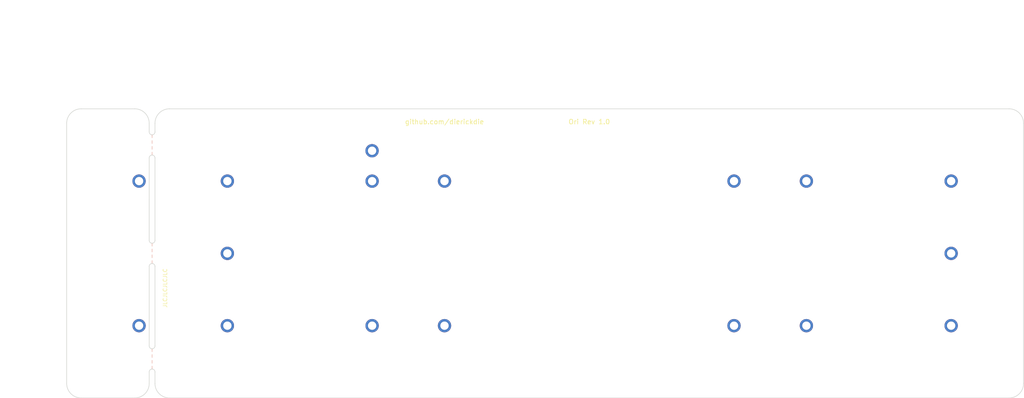
<source format=kicad_pcb>
(kicad_pcb (version 20171130) (host pcbnew "(5.1.4-0)")
  (layers (0 F.Cu signal) (31 B.Cu signal) (34 B.Paste user) (35 F.Paste user) (36 B.SilkS user) (37 F.SilkS user) (38 B.Mask user) (39 F.Mask user) (44 Edge.Cuts user))
  (net 0 "")
  (module acheron_Hardware:MouseBite_IPC7351 (layer F.Cu) (at 146.3 78.66 90)
    (fp_text reference H20)
    (fp_text value MountingHole)
    (pad "" np_thru_hole circle (at -2.5 0 90) (size 0.8 0.8) (drill 0.8) (layers *.Cu *.Mask))
    (pad "" np_thru_hole circle (at -1.25 0 90) (size 0.8 0.8) (drill 0.8) (layers *.Cu *.Mask))
    (pad "" np_thru_hole circle (at 2.5 0 90) (size 0.8 0.8) (drill 0.8) (layers *.Cu *.Mask))
    (pad "" np_thru_hole circle (at 1.25 0 90) (size 0.8 0.8) (drill 0.8) (layers *.Cu *.Mask))
    (pad "" np_thru_hole circle (at 0 0 90) (size 0.8 0.8) (drill 0.8) (layers *.Cu *.Mask))
  )
  (module acheron_Hardware:MouseBite_IPC7351 (layer F.Cu) (at 146.3 106.4 90)
    (fp_text reference H19)
    (fp_text value MountingHole)
    (pad "" np_thru_hole circle (at -2.5 0 90) (size 0.8 0.8) (drill 0.8) (layers *.Cu *.Mask))
    (pad "" np_thru_hole circle (at -1.25 0 90) (size 0.8 0.8) (drill 0.8) (layers *.Cu *.Mask))
    (pad "" np_thru_hole circle (at 2.5 0 90) (size 0.8 0.8) (drill 0.8) (layers *.Cu *.Mask))
    (pad "" np_thru_hole circle (at 1.25 0 90) (size 0.8 0.8) (drill 0.8) (layers *.Cu *.Mask))
    (pad "" np_thru_hole circle (at 0 0 90) (size 0.8 0.8) (drill 0.8) (layers *.Cu *.Mask))
  )
  (module acheron_Hardware:MouseBite_IPC7351 (layer F.Cu) (at 146.3 50.16 90)
    (fp_text reference H18)
    (fp_text value MountingHole)
    (pad "" np_thru_hole circle (at -2.5 0 90) (size 0.8 0.8) (drill 0.8) (layers *.Cu *.Mask))
    (pad "" np_thru_hole circle (at -1.25 0 90) (size 0.8 0.8) (drill 0.8) (layers *.Cu *.Mask))
    (pad "" np_thru_hole circle (at 2.5 0 90) (size 0.8 0.8) (drill 0.8) (layers *.Cu *.Mask))
    (pad "" np_thru_hole circle (at 1.25 0 90) (size 0.8 0.8) (drill 0.8) (layers *.Cu *.Mask))
    (pad "" np_thru_hole circle (at 0 0 90) (size 0.8 0.8) (drill 0.8) (layers *.Cu *.Mask))
  )
  (module Keeb_footprints:MX100_outline (layer F.Cu) (at 132.239985 69.16)
    (fp_text reference U53)
    (fp_text value HOLE)
  )
  (module Keeb_footprints:MX100_outline (layer F.Cu) (at 132.239985 50.16)
    (fp_text reference U49)
    (fp_text value HOLE)
  )
  (module Keeb_footprints:MX100_outline (layer F.Cu) (at 132.239985 88.16)
    (fp_text reference U57)
    (fp_text value HOLE)
  )
  (module random-keyboard-parts:Generic-Mounthole (layer F.Cu) (at 141.739627 59.659843)
    (fp_text reference H16)
    (fp_text value MountingHole)
    (pad 1 thru_hole circle (at 0 0) (size 3.5 3.5) (drill 2.2) (layers *.Cu *.Mask))
  )
  (module random-keyboard-parts:Generic-Mounthole (layer F.Cu) (at 141.739627 97.659743)
    (fp_text reference H7)
    (fp_text value MountingHole)
    (pad 1 thru_hole circle (at 0 0) (size 3.5 3.5) (drill 2.2) (layers *.Cu *.Mask))
  )
  (module Keeb_footprints:MX100_outline (layer F.Cu) (at 132.239985 107.16)
    (fp_text reference U61)
    (fp_text value HOLE)
  )
  (module random-keyboard-parts:Generic-Mounthole (layer F.Cu) (at 202.9073 51.68)
    (fp_text reference H17)
    (fp_text value MountingHole)
    (pad 1 thru_hole circle (at 0 0) (size 3.5 3.5) (drill 2.2) (layers *.Cu *.Mask))
  )
  (module random-keyboard-parts:Generic-Mounthole (layer F.Cu) (at 354.92 97.66)
    (fp_text reference H15)
    (fp_text value MountingHole)
    (pad 1 thru_hole circle (at 0 0) (size 3.5 3.5) (drill 2.2) (layers *.Cu *.Mask))
  )
  (module random-keyboard-parts:Generic-Mounthole (layer F.Cu) (at 354.92 59.66)
    (fp_text reference H14)
    (fp_text value MountingHole)
    (pad 1 thru_hole circle (at 0 0) (size 3.5 3.5) (drill 2.2) (layers *.Cu *.Mask))
  )
  (module random-keyboard-parts:Generic-Mounthole (layer F.Cu) (at 297.92 97.66)
    (fp_text reference H13)
    (fp_text value MountingHole)
    (pad 1 thru_hole circle (at 0 0) (size 3.5 3.5) (drill 2.2) (layers *.Cu *.Mask))
  )
  (module random-keyboard-parts:Generic-Mounthole (layer F.Cu) (at 297.92 59.66)
    (fp_text reference H12)
    (fp_text value MountingHole)
    (pad 1 thru_hole circle (at 0 0) (size 3.5 3.5) (drill 2.2) (layers *.Cu *.Mask))
  )
  (module random-keyboard-parts:Generic-Mounthole (layer F.Cu) (at 221.92 97.66)
    (fp_text reference H11)
    (fp_text value MountingHole)
    (pad 1 thru_hole circle (at 0 0) (size 3.5 3.5) (drill 2.2) (layers *.Cu *.Mask))
  )
  (module random-keyboard-parts:Generic-Mounthole (layer F.Cu) (at 221.92 59.66)
    (fp_text reference H10)
    (fp_text value MountingHole)
    (pad 1 thru_hole circle (at 0 0) (size 3.5 3.5) (drill 2.2) (layers *.Cu *.Mask))
  )
  (module random-keyboard-parts:Generic-Mounthole (layer F.Cu) (at 164.92 59.66)
    (fp_text reference H9)
    (fp_text value MountingHole)
    (pad 1 thru_hole circle (at 0 0) (size 3.5 3.5) (drill 2.2) (layers *.Cu *.Mask))
  )
  (module random-keyboard-parts:Generic-Mounthole (layer F.Cu) (at 164.92 97.66)
    (fp_text reference H8)
    (fp_text value MountingHole)
    (pad 1 thru_hole circle (at 0 0) (size 3.5 3.5) (drill 2.2) (layers *.Cu *.Mask))
  )
  (module Keeb_footprints:MX100_outline (layer F.Cu) (at 364.42 107.16)
    (fp_text reference U48)
    (fp_text value HOLE)
  )
  (module Keeb_footprints:MX100_outline (layer F.Cu) (at 345.42 107.16)
    (fp_text reference U47)
    (fp_text value HOLE)
  )
  (module Keeb_footprints:MX100_outline (layer F.Cu) (at 326.42 107.16)
    (fp_text reference U46)
    (fp_text value HOLE)
  )
  (module Keeb_footprints:MX100_outline (layer F.Cu) (at 307.42 107.16)
    (fp_text reference U45)
    (fp_text value HOLE)
  )
  (module Keeb_footprints:MX100_outline (layer F.Cu) (at 288.42 107.16)
    (fp_text reference U44)
    (fp_text value HOLE)
  )
  (module Keeb_footprints:MX100_outline (layer F.Cu) (at 269.42 107.16)
    (fp_text reference U43)
    (fp_text value HOLE)
  )
  (module Keeb_footprints:MX100_outline (layer F.Cu) (at 250.42 107.16)
    (fp_text reference U42)
    (fp_text value HOLE)
  )
  (module Keeb_footprints:MX100_outline (layer F.Cu) (at 231.42 107.16)
    (fp_text reference U41)
    (fp_text value HOLE)
  )
  (module Keeb_footprints:MX100_outline (layer F.Cu) (at 212.42 107.16)
    (fp_text reference U40)
    (fp_text value HOLE)
  )
  (module Keeb_footprints:MX100_outline (layer F.Cu) (at 193.42 107.16)
    (fp_text reference U39)
    (fp_text value HOLE)
  )
  (module Keeb_footprints:MX100_outline (layer F.Cu) (at 174.42 107.16)
    (fp_text reference U38)
    (fp_text value HOLE)
  )
  (module Keeb_footprints:MX100_outline (layer F.Cu) (at 155.42 107.16)
    (fp_text reference U37)
    (fp_text value HOLE)
  )
  (module Keeb_footprints:MX100_outline (layer F.Cu) (at 364.42 88.16)
    (fp_text reference U36)
    (fp_text value HOLE)
  )
  (module Keeb_footprints:MX100_outline (layer F.Cu) (at 345.42 88.16)
    (fp_text reference U35)
    (fp_text value HOLE)
  )
  (module Keeb_footprints:MX100_outline (layer F.Cu) (at 326.42 88.16)
    (fp_text reference U34)
    (fp_text value HOLE)
  )
  (module Keeb_footprints:MX100_outline (layer F.Cu) (at 307.42 88.16)
    (fp_text reference U33)
    (fp_text value HOLE)
  )
  (module Keeb_footprints:MX100_outline (layer F.Cu) (at 288.42 88.16)
    (fp_text reference U32)
    (fp_text value HOLE)
  )
  (module Keeb_footprints:MX100_outline (layer F.Cu) (at 269.42 88.16)
    (fp_text reference U31)
    (fp_text value HOLE)
  )
  (module Keeb_footprints:MX100_outline (layer F.Cu) (at 250.42 88.16)
    (fp_text reference U30)
    (fp_text value HOLE)
  )
  (module Keeb_footprints:MX100_outline (layer F.Cu) (at 231.42 88.16)
    (fp_text reference U29)
    (fp_text value HOLE)
  )
  (module Keeb_footprints:MX100_outline (layer F.Cu) (at 212.42 88.16)
    (fp_text reference U28)
    (fp_text value HOLE)
  )
  (module Keeb_footprints:MX100_outline (layer F.Cu) (at 193.42 88.16)
    (fp_text reference U27)
    (fp_text value HOLE)
  )
  (module Keeb_footprints:MX100_outline (layer F.Cu) (at 174.42 88.16)
    (fp_text reference U26)
    (fp_text value HOLE)
  )
  (module Keeb_footprints:MX100_outline (layer F.Cu) (at 155.42 88.16)
    (fp_text reference U25)
    (fp_text value HOLE)
  )
  (module Keeb_footprints:MX100_outline (layer F.Cu) (at 364.42 69.16)
    (fp_text reference U24)
    (fp_text value HOLE)
  )
  (module Keeb_footprints:MX100_outline (layer F.Cu) (at 345.42 69.16)
    (fp_text reference U23)
    (fp_text value HOLE)
  )
  (module Keeb_footprints:MX100_outline (layer F.Cu) (at 326.42 69.16)
    (fp_text reference U22)
    (fp_text value HOLE)
  )
  (module Keeb_footprints:MX100_outline (layer F.Cu) (at 307.42 69.16)
    (fp_text reference U21)
    (fp_text value HOLE)
  )
  (module Keeb_footprints:MX100_outline (layer F.Cu) (at 288.42 69.16)
    (fp_text reference U20)
    (fp_text value HOLE)
  )
  (module Keeb_footprints:MX100_outline (layer F.Cu) (at 269.42 69.16)
    (fp_text reference U19)
    (fp_text value HOLE)
  )
  (module Keeb_footprints:MX100_outline (layer F.Cu) (at 250.42 69.16)
    (fp_text reference U18)
    (fp_text value HOLE)
  )
  (module Keeb_footprints:MX100_outline (layer F.Cu) (at 231.42 69.16)
    (fp_text reference U17)
    (fp_text value HOLE)
  )
  (module Keeb_footprints:MX100_outline (layer F.Cu) (at 212.42 69.16)
    (fp_text reference U16)
    (fp_text value HOLE)
  )
  (module Keeb_footprints:MX100_outline (layer F.Cu) (at 193.42 69.16)
    (fp_text reference U15)
    (fp_text value HOLE)
  )
  (module Keeb_footprints:MX100_outline (layer F.Cu) (at 174.42 69.16)
    (fp_text reference U14)
    (fp_text value HOLE)
  )
  (module Keeb_footprints:MX100_outline (layer F.Cu) (at 155.42 69.16)
    (fp_text reference U13)
    (fp_text value HOLE)
  )
  (module Keeb_footprints:MX100_outline (layer F.Cu) (at 364.42 50.16)
    (fp_text reference U12)
    (fp_text value HOLE)
  )
  (module Keeb_footprints:MX100_outline (layer F.Cu) (at 345.42 50.16)
    (fp_text reference U11)
    (fp_text value HOLE)
  )
  (module Keeb_footprints:MX100_outline (layer F.Cu) (at 326.42 50.16)
    (fp_text reference U10)
    (fp_text value HOLE)
  )
  (module Keeb_footprints:MX100_outline (layer F.Cu) (at 307.42 50.16)
    (fp_text reference U9)
    (fp_text value HOLE)
  )
  (module Keeb_footprints:MX100_outline (layer F.Cu) (at 288.42 50.16)
    (fp_text reference U8)
    (fp_text value HOLE)
  )
  (module Keeb_footprints:MX100_outline (layer F.Cu) (at 269.42 50.16)
    (fp_text reference U7)
    (fp_text value HOLE)
  )
  (module Keeb_footprints:MX100_outline (layer F.Cu) (at 250.42 50.16)
    (fp_text reference U6)
    (fp_text value HOLE)
  )
  (module Keeb_footprints:MX100_outline (layer F.Cu) (at 231.42 50.16)
    (fp_text reference U5)
    (fp_text value HOLE)
  )
  (module Keeb_footprints:MX100_outline (layer F.Cu) (at 212.42 50.16)
    (fp_text reference U4)
    (fp_text value HOLE)
  )
  (module Keeb_footprints:MX100_outline (layer F.Cu) (at 193.42 50.16)
    (fp_text reference U3)
    (fp_text value HOLE)
  )
  (module Keeb_footprints:MX100_outline (layer F.Cu) (at 174.42 50.16)
    (fp_text reference U2)
    (fp_text value HOLE)
  )
  (module Keeb_footprints:MX100_outline (layer F.Cu) (at 155.42 50.16)
    (fp_text reference U1)
    (fp_text value HOLE)
  )
  (module random-keyboard-parts:Generic-Mounthole (layer F.Cu) (at 354.92 78.66)
    (fp_text reference H6)
    (fp_text value MountingHole)
    (pad 1 thru_hole circle (at 0 0) (size 3.5 3.5) (drill 2.2) (layers *.Cu *.Mask))
  )
  (module random-keyboard-parts:Generic-Mounthole (layer F.Cu) (at 316.92 97.66)
    (fp_text reference H5)
    (fp_text value MountingHole)
    (pad 1 thru_hole circle (at 0 0) (size 3.5 3.5) (drill 2.2) (layers *.Cu *.Mask))
  )
  (module random-keyboard-parts:Generic-Mounthole (layer F.Cu) (at 316.92 59.66)
    (fp_text reference H4)
    (fp_text value MountingHole)
    (pad 1 thru_hole circle (at 0 0) (size 3.5 3.5) (drill 2.2) (layers *.Cu *.Mask))
  )
  (module random-keyboard-parts:Generic-Mounthole (layer F.Cu) (at 202.92 97.66)
    (fp_text reference H3)
    (fp_text value MountingHole)
    (pad 1 thru_hole circle (at 0 0) (size 3.5 3.5) (drill 2.2) (layers *.Cu *.Mask))
  )
  (module random-keyboard-parts:Generic-Mounthole (layer F.Cu) (at 202.92 59.675)
    (fp_text reference H2)
    (fp_text value MountingHole)
    (pad 1 thru_hole circle (at 0 0) (size 3.5 3.5) (drill 2.2) (layers *.Cu *.Mask))
  )
  (module random-keyboard-parts:Generic-Mounthole (layer F.Cu) (at 164.92 78.66)
    (fp_text reference H1)
    (fp_text value MountingHole)
    (pad 1 thru_hole circle (at 0 0) (size 3.5 3.5) (drill 2.2) (layers *.Cu *.Mask))
  )
  (gr_line (start 373.92 44.46) (end 373.92 112.86) (layer Edge.Cuts) (width 0.15))
  (gr_line (start 122.739677 44.459883) (end 122.740066 112.859959) (layer Edge.Cuts) (width 0.15))
  (gr_line (start 145.159996 103.74) (end 145.159996 104.5) (layer B.SilkS) (width 0.15))
  (gr_line (start 145.16 47.5) (end 145.16 48.26) (layer B.SilkS) (width 0.15))
  (gr_line (start 370.12 116.66) (end 149.72 116.66) (layer Edge.Cuts) (width 0.15))
  (gr_line (start 145.159615 49.019837) (end 145.159615 49.779837) (layer B.SilkS) (width 0.15))
  (gr_line (start 145.159615 50.539837) (end 145.159615 51.299837) (layer B.SilkS) (width 0.15))
  (gr_line (start 145.159615 52.059837) (end 145.159615 52.819837) (layer B.SilkS) (width 0.15))
  (gr_line (start 126.539677 40.659883) (end 140.599615 40.659744) (layer Edge.Cuts) (width 0.15))
  (gr_line (start 126.540066 116.659959) (end 140.59962 116.659703) (layer Edge.Cuts) (width 0.15))
  (gr_arc (start 145.159617 102.979999) (end 144.39962 102.980014) (angle -179.9987938) (layer Edge.Cuts) (width 0.15))
  (gr_arc (start 126.540066 112.859959) (end 122.740066 112.859959) (angle -90) (layer Edge.Cuts) (width 0.15))
  (gr_arc (start 126.539677 44.459883) (end 126.539677 40.659883) (angle -90) (layer Edge.Cuts) (width 0.15))
  (gr_arc (start 145.159234 46.739999) (end 144.399237 46.740014) (angle -179.9987938) (layer Edge.Cuts) (width 0.15))
  (gr_arc (start 145.160003 53.580015) (end 145.92 53.58) (angle -179.9987938) (layer Edge.Cuts) (width 0.15))
  (gr_arc (start 145.159234 75.239999) (end 144.399237 75.240014) (angle -179.9987938) (layer Edge.Cuts) (width 0.15))
  (gr_arc (start 145.160002 82.080015) (end 145.919999 82.08) (angle -179.9987938) (layer Edge.Cuts) (width 0.15))
  (gr_arc (start 145.159618 109.820015) (end 145.919615 109.82) (angle -179.9987938) (layer Edge.Cuts) (width 0.15))
  (gr_text github.com/dierickdie (at 221.919416 44.079884) (layer F.SilkS) (effects (font (size 1.25 1.25) (thickness 0.2))))
  (gr_text "Ori Rev 1.0" (at 259.919316 44.079884) (layer F.SilkS) (effects (font (size 1.25 1.25) (thickness 0.2))))
  (gr_line (start 145.159996 108.3) (end 145.159996 109.06) (layer B.SilkS) (width 0.15))
  (gr_line (start 145.159996 106.78) (end 145.159996 107.54) (layer B.SilkS) (width 0.15))
  (gr_line (start 145.159996 105.26) (end 145.159996 106.02) (layer B.SilkS) (width 0.15))
  (gr_line (start 145.159996 80.56) (end 145.159996 81.32) (layer B.SilkS) (width 0.15))
  (gr_line (start 145.159996 79.04) (end 145.159996 79.8) (layer B.SilkS) (width 0.15))
  (gr_line (start 145.159996 77.52) (end 145.159996 78.28) (layer B.SilkS) (width 0.15))
  (gr_line (start 145.159996 76) (end 145.159996 76.76) (layer B.SilkS) (width 0.15))
  (gr_line (start 145.92 53.58) (end 145.919231 75.24) (layer Edge.Cuts) (width 0.15))
  (gr_line (start 144.400006 53.580014) (end 144.399237 75.240014) (layer Edge.Cuts) (width 0.15))
  (gr_line (start 144.399615 44.459744) (end 144.399237 46.740014) (layer Edge.Cuts) (width 0.15))
  (gr_line (start 145.92 44.46) (end 145.919231 46.74) (layer Edge.Cuts) (width 0.15))
  (gr_line (start 145.919999 82.08) (end 145.919614 102.98) (layer Edge.Cuts) (width 0.15))
  (gr_line (start 144.400005 82.080014) (end 144.39962 102.980014) (layer Edge.Cuts) (width 0.15))
  (gr_line (start 145.919615 109.82) (end 145.92 112.86) (layer Edge.Cuts) (width 0.15))
  (gr_line (start 144.399621 109.820014) (end 144.39962 112.859707) (layer Edge.Cuts) (width 0.15))
  (gr_arc (start 140.599615 44.459744) (end 144.399615 44.459744) (angle -90) (layer Edge.Cuts) (width 0.15))
  (gr_arc (start 140.59962 112.859703) (end 140.59962 116.659703) (angle -90) (layer Edge.Cuts) (width 0.15))
  (gr_line (start 370.12 40.66) (end 149.72 40.66) (layer Edge.Cuts) (width 0.15))
  (gr_arc (start 370.12 44.46) (end 373.92 44.46) (angle -90) (layer Edge.Cuts) (width 0.15))
  (gr_arc (start 370.12 112.86) (end 370.12 116.66) (angle -90) (layer Edge.Cuts) (width 0.15))
  (gr_arc (start 149.72 112.86) (end 145.92 112.86) (angle -90) (layer Edge.Cuts) (width 0.15))
  (gr_arc (start 149.72 44.46) (end 149.72 40.66) (angle -90) (layer Edge.Cuts) (width 0.15))
  (gr_text JLCJLCJLCJLC (at 148.579609 87.779769 90) (layer F.SilkS) (effects (font (size 1 1))))
)
</source>
